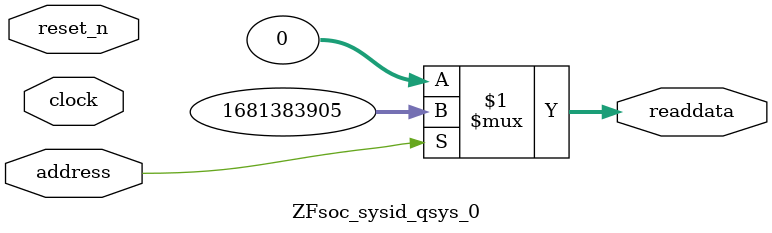
<source format=v>



// synthesis translate_off
`timescale 1ns / 1ps
// synthesis translate_on

// turn off superfluous verilog processor warnings 
// altera message_level Level1 
// altera message_off 10034 10035 10036 10037 10230 10240 10030 

module ZFsoc_sysid_qsys_0 (
               // inputs:
                address,
                clock,
                reset_n,

               // outputs:
                readdata
             )
;

  output  [ 31: 0] readdata;
  input            address;
  input            clock;
  input            reset_n;

  wire    [ 31: 0] readdata;
  //control_slave, which is an e_avalon_slave
  assign readdata = address ? 1681383905 : 0;

endmodule



</source>
